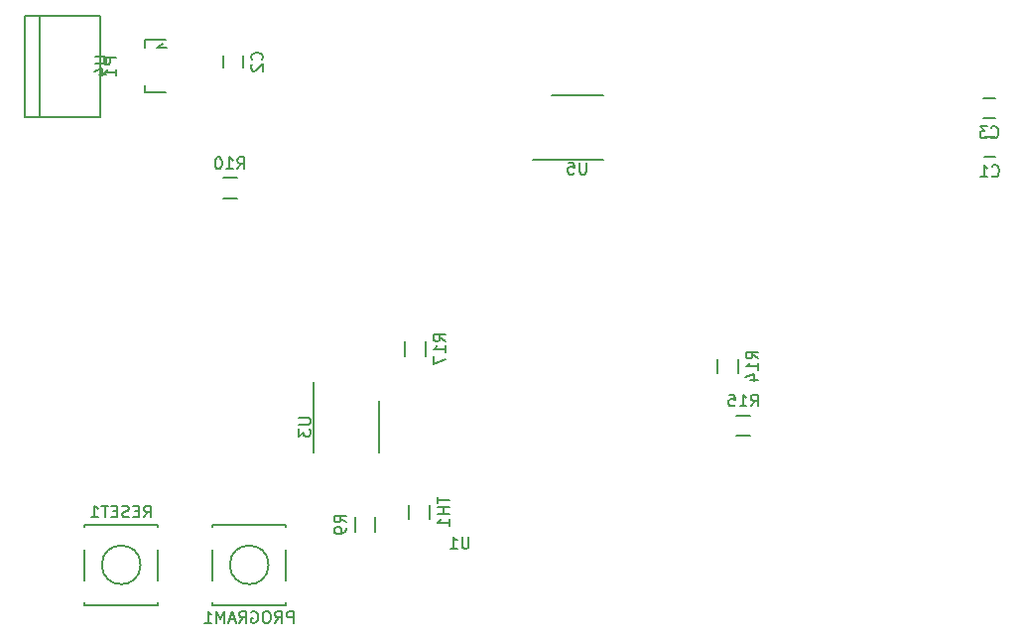
<source format=gbr>
G04 #@! TF.FileFunction,Legend,Bot*
%FSLAX46Y46*%
G04 Gerber Fmt 4.6, Leading zero omitted, Abs format (unit mm)*
G04 Created by KiCad (PCBNEW 4.0.2+e4-6225~38~ubuntu15.10.1-stable) date Sun 11 Sep 2016 22:59:17 SAST*
%MOMM*%
G01*
G04 APERTURE LIST*
%ADD10C,0.100000*%
%ADD11C,0.150000*%
G04 APERTURE END LIST*
D10*
D11*
X133037200Y-89648400D02*
X132037200Y-89648400D01*
X132037200Y-87948400D02*
X133037200Y-87948400D01*
X68795000Y-81034000D02*
X68795000Y-82034000D01*
X67095000Y-82034000D02*
X67095000Y-81034000D01*
X132986400Y-86346400D02*
X131986400Y-86346400D01*
X131986400Y-84646400D02*
X132986400Y-84646400D01*
X50233740Y-86291300D02*
X50233740Y-77591300D01*
X56638740Y-86291300D02*
X56638740Y-77591300D01*
X56638740Y-77591300D02*
X50233740Y-77591300D01*
X51463740Y-77591300D02*
X51463740Y-86291300D01*
X50233740Y-86291300D02*
X56638740Y-86291300D01*
X80123000Y-121605600D02*
X80123000Y-120405600D01*
X78373000Y-120405600D02*
X78373000Y-121605600D01*
X67091000Y-93204000D02*
X68291000Y-93204000D01*
X68291000Y-91454000D02*
X67091000Y-91454000D01*
X109310200Y-106892800D02*
X109310200Y-108092800D01*
X111060200Y-108092800D02*
X111060200Y-106892800D01*
X110906000Y-113447800D02*
X112106000Y-113447800D01*
X112106000Y-111697800D02*
X110906000Y-111697800D01*
X82640200Y-105419600D02*
X82640200Y-106619600D01*
X84390200Y-106619600D02*
X84390200Y-105419600D01*
X82995800Y-119338800D02*
X82995800Y-120538800D01*
X84745800Y-120538800D02*
X84745800Y-119338800D01*
X61922660Y-80015080D02*
X61622940Y-80264000D01*
X61622940Y-80264000D02*
X61473080Y-80365600D01*
X61473080Y-80365600D02*
X62321440Y-80365600D01*
X60421520Y-79664560D02*
X62222380Y-79664560D01*
X60421520Y-79664560D02*
X60421520Y-80314800D01*
X60421520Y-84165440D02*
X62222380Y-84165440D01*
X60421520Y-84165440D02*
X60421520Y-83515200D01*
X80398200Y-110474400D02*
X80398200Y-114874400D01*
X74873200Y-108899400D02*
X74873200Y-114874400D01*
X95132800Y-84397000D02*
X99532800Y-84397000D01*
X93557800Y-89922000D02*
X99532800Y-89922000D01*
X66192000Y-127660000D02*
X66192000Y-127910000D01*
X66192000Y-127910000D02*
X72492000Y-127910000D01*
X72492000Y-127910000D02*
X72492000Y-127660000D01*
X66192000Y-123160000D02*
X66192000Y-125760000D01*
X72492000Y-121260000D02*
X72492000Y-121010000D01*
X72492000Y-121010000D02*
X66192000Y-121010000D01*
X66192000Y-121010000D02*
X66192000Y-121260000D01*
X72492000Y-125760000D02*
X72492000Y-123160000D01*
X70992000Y-124460000D02*
G75*
G03X70992000Y-124460000I-1650000J0D01*
G01*
X61570000Y-121260000D02*
X61570000Y-121010000D01*
X61570000Y-121010000D02*
X55270000Y-121010000D01*
X55270000Y-121010000D02*
X55270000Y-121260000D01*
X61570000Y-125760000D02*
X61570000Y-123160000D01*
X55270000Y-127660000D02*
X55270000Y-127910000D01*
X55270000Y-127910000D02*
X61570000Y-127910000D01*
X61570000Y-127910000D02*
X61570000Y-127660000D01*
X55270000Y-123160000D02*
X55270000Y-125760000D01*
X60070000Y-124460000D02*
G75*
G03X60070000Y-124460000I-1650000J0D01*
G01*
X132703866Y-91255543D02*
X132751485Y-91303162D01*
X132894342Y-91350781D01*
X132989580Y-91350781D01*
X133132438Y-91303162D01*
X133227676Y-91207924D01*
X133275295Y-91112686D01*
X133322914Y-90922210D01*
X133322914Y-90779352D01*
X133275295Y-90588876D01*
X133227676Y-90493638D01*
X133132438Y-90398400D01*
X132989580Y-90350781D01*
X132894342Y-90350781D01*
X132751485Y-90398400D01*
X132703866Y-90446019D01*
X131751485Y-91350781D02*
X132322914Y-91350781D01*
X132037200Y-91350781D02*
X132037200Y-90350781D01*
X132132438Y-90493638D01*
X132227676Y-90588876D01*
X132322914Y-90636495D01*
X70402143Y-81367334D02*
X70449762Y-81319715D01*
X70497381Y-81176858D01*
X70497381Y-81081620D01*
X70449762Y-80938762D01*
X70354524Y-80843524D01*
X70259286Y-80795905D01*
X70068810Y-80748286D01*
X69925952Y-80748286D01*
X69735476Y-80795905D01*
X69640238Y-80843524D01*
X69545000Y-80938762D01*
X69497381Y-81081620D01*
X69497381Y-81176858D01*
X69545000Y-81319715D01*
X69592619Y-81367334D01*
X69592619Y-81748286D02*
X69545000Y-81795905D01*
X69497381Y-81891143D01*
X69497381Y-82129239D01*
X69545000Y-82224477D01*
X69592619Y-82272096D01*
X69687857Y-82319715D01*
X69783095Y-82319715D01*
X69925952Y-82272096D01*
X70497381Y-81700667D01*
X70497381Y-82319715D01*
X132653066Y-87953543D02*
X132700685Y-88001162D01*
X132843542Y-88048781D01*
X132938780Y-88048781D01*
X133081638Y-88001162D01*
X133176876Y-87905924D01*
X133224495Y-87810686D01*
X133272114Y-87620210D01*
X133272114Y-87477352D01*
X133224495Y-87286876D01*
X133176876Y-87191638D01*
X133081638Y-87096400D01*
X132938780Y-87048781D01*
X132843542Y-87048781D01*
X132700685Y-87096400D01*
X132653066Y-87144019D01*
X132319733Y-87048781D02*
X131700685Y-87048781D01*
X132034019Y-87429733D01*
X131891161Y-87429733D01*
X131795923Y-87477352D01*
X131748304Y-87524971D01*
X131700685Y-87620210D01*
X131700685Y-87858305D01*
X131748304Y-87953543D01*
X131795923Y-88001162D01*
X131891161Y-88048781D01*
X132176876Y-88048781D01*
X132272114Y-88001162D01*
X132319733Y-87953543D01*
X57953581Y-81202305D02*
X56953581Y-81202305D01*
X56953581Y-81583258D01*
X57001200Y-81678496D01*
X57048819Y-81726115D01*
X57144057Y-81773734D01*
X57286914Y-81773734D01*
X57382152Y-81726115D01*
X57429771Y-81678496D01*
X57477390Y-81583258D01*
X57477390Y-81202305D01*
X57953581Y-82726115D02*
X57953581Y-82154686D01*
X57953581Y-82440400D02*
X56953581Y-82440400D01*
X57096438Y-82345162D01*
X57191676Y-82249924D01*
X57239295Y-82154686D01*
X77600381Y-120838934D02*
X77124190Y-120505600D01*
X77600381Y-120267505D02*
X76600381Y-120267505D01*
X76600381Y-120648458D01*
X76648000Y-120743696D01*
X76695619Y-120791315D01*
X76790857Y-120838934D01*
X76933714Y-120838934D01*
X77028952Y-120791315D01*
X77076571Y-120743696D01*
X77124190Y-120648458D01*
X77124190Y-120267505D01*
X77600381Y-121315124D02*
X77600381Y-121505600D01*
X77552762Y-121600839D01*
X77505143Y-121648458D01*
X77362286Y-121743696D01*
X77171810Y-121791315D01*
X76790857Y-121791315D01*
X76695619Y-121743696D01*
X76648000Y-121696077D01*
X76600381Y-121600839D01*
X76600381Y-121410362D01*
X76648000Y-121315124D01*
X76695619Y-121267505D01*
X76790857Y-121219886D01*
X77028952Y-121219886D01*
X77124190Y-121267505D01*
X77171810Y-121315124D01*
X77219429Y-121410362D01*
X77219429Y-121600839D01*
X77171810Y-121696077D01*
X77124190Y-121743696D01*
X77028952Y-121791315D01*
X68333857Y-90681381D02*
X68667191Y-90205190D01*
X68905286Y-90681381D02*
X68905286Y-89681381D01*
X68524333Y-89681381D01*
X68429095Y-89729000D01*
X68381476Y-89776619D01*
X68333857Y-89871857D01*
X68333857Y-90014714D01*
X68381476Y-90109952D01*
X68429095Y-90157571D01*
X68524333Y-90205190D01*
X68905286Y-90205190D01*
X67381476Y-90681381D02*
X67952905Y-90681381D01*
X67667191Y-90681381D02*
X67667191Y-89681381D01*
X67762429Y-89824238D01*
X67857667Y-89919476D01*
X67952905Y-89967095D01*
X66762429Y-89681381D02*
X66667190Y-89681381D01*
X66571952Y-89729000D01*
X66524333Y-89776619D01*
X66476714Y-89871857D01*
X66429095Y-90062333D01*
X66429095Y-90300429D01*
X66476714Y-90490905D01*
X66524333Y-90586143D01*
X66571952Y-90633762D01*
X66667190Y-90681381D01*
X66762429Y-90681381D01*
X66857667Y-90633762D01*
X66905286Y-90586143D01*
X66952905Y-90490905D01*
X67000524Y-90300429D01*
X67000524Y-90062333D01*
X66952905Y-89871857D01*
X66905286Y-89776619D01*
X66857667Y-89729000D01*
X66762429Y-89681381D01*
X112737581Y-106849943D02*
X112261390Y-106516609D01*
X112737581Y-106278514D02*
X111737581Y-106278514D01*
X111737581Y-106659467D01*
X111785200Y-106754705D01*
X111832819Y-106802324D01*
X111928057Y-106849943D01*
X112070914Y-106849943D01*
X112166152Y-106802324D01*
X112213771Y-106754705D01*
X112261390Y-106659467D01*
X112261390Y-106278514D01*
X112737581Y-107802324D02*
X112737581Y-107230895D01*
X112737581Y-107516609D02*
X111737581Y-107516609D01*
X111880438Y-107421371D01*
X111975676Y-107326133D01*
X112023295Y-107230895D01*
X112070914Y-108659467D02*
X112737581Y-108659467D01*
X111689962Y-108421371D02*
X112404248Y-108183276D01*
X112404248Y-108802324D01*
X112148857Y-110925181D02*
X112482191Y-110448990D01*
X112720286Y-110925181D02*
X112720286Y-109925181D01*
X112339333Y-109925181D01*
X112244095Y-109972800D01*
X112196476Y-110020419D01*
X112148857Y-110115657D01*
X112148857Y-110258514D01*
X112196476Y-110353752D01*
X112244095Y-110401371D01*
X112339333Y-110448990D01*
X112720286Y-110448990D01*
X111196476Y-110925181D02*
X111767905Y-110925181D01*
X111482191Y-110925181D02*
X111482191Y-109925181D01*
X111577429Y-110068038D01*
X111672667Y-110163276D01*
X111767905Y-110210895D01*
X110291714Y-109925181D02*
X110767905Y-109925181D01*
X110815524Y-110401371D01*
X110767905Y-110353752D01*
X110672667Y-110306133D01*
X110434571Y-110306133D01*
X110339333Y-110353752D01*
X110291714Y-110401371D01*
X110244095Y-110496610D01*
X110244095Y-110734705D01*
X110291714Y-110829943D01*
X110339333Y-110877562D01*
X110434571Y-110925181D01*
X110672667Y-110925181D01*
X110767905Y-110877562D01*
X110815524Y-110829943D01*
X86067581Y-105376743D02*
X85591390Y-105043409D01*
X86067581Y-104805314D02*
X85067581Y-104805314D01*
X85067581Y-105186267D01*
X85115200Y-105281505D01*
X85162819Y-105329124D01*
X85258057Y-105376743D01*
X85400914Y-105376743D01*
X85496152Y-105329124D01*
X85543771Y-105281505D01*
X85591390Y-105186267D01*
X85591390Y-104805314D01*
X86067581Y-106329124D02*
X86067581Y-105757695D01*
X86067581Y-106043409D02*
X85067581Y-106043409D01*
X85210438Y-105948171D01*
X85305676Y-105852933D01*
X85353295Y-105757695D01*
X85067581Y-106662457D02*
X85067581Y-107329124D01*
X86067581Y-106900552D01*
X85423181Y-118653086D02*
X85423181Y-119224515D01*
X86423181Y-118938800D02*
X85423181Y-118938800D01*
X86423181Y-119557848D02*
X85423181Y-119557848D01*
X85899371Y-119557848D02*
X85899371Y-120129277D01*
X86423181Y-120129277D02*
X85423181Y-120129277D01*
X86423181Y-121129277D02*
X86423181Y-120557848D01*
X86423181Y-120843562D02*
X85423181Y-120843562D01*
X85566038Y-120748324D01*
X85661276Y-120653086D01*
X85708895Y-120557848D01*
X88068305Y-122051581D02*
X88068305Y-122861105D01*
X88020686Y-122956343D01*
X87973067Y-123003962D01*
X87877829Y-123051581D01*
X87687352Y-123051581D01*
X87592114Y-123003962D01*
X87544495Y-122956343D01*
X87496876Y-122861105D01*
X87496876Y-122051581D01*
X86496876Y-123051581D02*
X87068305Y-123051581D01*
X86782591Y-123051581D02*
X86782591Y-122051581D01*
X86877829Y-122194438D01*
X86973067Y-122289676D01*
X87068305Y-122337295D01*
X56173121Y-81102295D02*
X56982645Y-81102295D01*
X57077883Y-81149914D01*
X57125502Y-81197533D01*
X57173121Y-81292771D01*
X57173121Y-81483248D01*
X57125502Y-81578486D01*
X57077883Y-81626105D01*
X56982645Y-81673724D01*
X56173121Y-81673724D01*
X56506454Y-82578486D02*
X57173121Y-82578486D01*
X56125502Y-82340390D02*
X56839788Y-82102295D01*
X56839788Y-82721343D01*
X73575581Y-111912495D02*
X74385105Y-111912495D01*
X74480343Y-111960114D01*
X74527962Y-112007733D01*
X74575581Y-112102971D01*
X74575581Y-112293448D01*
X74527962Y-112388686D01*
X74480343Y-112436305D01*
X74385105Y-112483924D01*
X73575581Y-112483924D01*
X73575581Y-112864876D02*
X73575581Y-113483924D01*
X73956533Y-113150590D01*
X73956533Y-113293448D01*
X74004152Y-113388686D01*
X74051771Y-113436305D01*
X74147010Y-113483924D01*
X74385105Y-113483924D01*
X74480343Y-113436305D01*
X74527962Y-113388686D01*
X74575581Y-113293448D01*
X74575581Y-113007733D01*
X74527962Y-112912495D01*
X74480343Y-112864876D01*
X98094705Y-90124381D02*
X98094705Y-90933905D01*
X98047086Y-91029143D01*
X97999467Y-91076762D01*
X97904229Y-91124381D01*
X97713752Y-91124381D01*
X97618514Y-91076762D01*
X97570895Y-91029143D01*
X97523276Y-90933905D01*
X97523276Y-90124381D01*
X96570895Y-90124381D02*
X97047086Y-90124381D01*
X97094705Y-90600571D01*
X97047086Y-90552952D01*
X96951848Y-90505333D01*
X96713752Y-90505333D01*
X96618514Y-90552952D01*
X96570895Y-90600571D01*
X96523276Y-90695810D01*
X96523276Y-90933905D01*
X96570895Y-91029143D01*
X96618514Y-91076762D01*
X96713752Y-91124381D01*
X96951848Y-91124381D01*
X97047086Y-91076762D01*
X97094705Y-91029143D01*
X73103905Y-129412381D02*
X73103905Y-128412381D01*
X72722952Y-128412381D01*
X72627714Y-128460000D01*
X72580095Y-128507619D01*
X72532476Y-128602857D01*
X72532476Y-128745714D01*
X72580095Y-128840952D01*
X72627714Y-128888571D01*
X72722952Y-128936190D01*
X73103905Y-128936190D01*
X71532476Y-129412381D02*
X71865810Y-128936190D01*
X72103905Y-129412381D02*
X72103905Y-128412381D01*
X71722952Y-128412381D01*
X71627714Y-128460000D01*
X71580095Y-128507619D01*
X71532476Y-128602857D01*
X71532476Y-128745714D01*
X71580095Y-128840952D01*
X71627714Y-128888571D01*
X71722952Y-128936190D01*
X72103905Y-128936190D01*
X70913429Y-128412381D02*
X70722952Y-128412381D01*
X70627714Y-128460000D01*
X70532476Y-128555238D01*
X70484857Y-128745714D01*
X70484857Y-129079048D01*
X70532476Y-129269524D01*
X70627714Y-129364762D01*
X70722952Y-129412381D01*
X70913429Y-129412381D01*
X71008667Y-129364762D01*
X71103905Y-129269524D01*
X71151524Y-129079048D01*
X71151524Y-128745714D01*
X71103905Y-128555238D01*
X71008667Y-128460000D01*
X70913429Y-128412381D01*
X69532476Y-128460000D02*
X69627714Y-128412381D01*
X69770571Y-128412381D01*
X69913429Y-128460000D01*
X70008667Y-128555238D01*
X70056286Y-128650476D01*
X70103905Y-128840952D01*
X70103905Y-128983810D01*
X70056286Y-129174286D01*
X70008667Y-129269524D01*
X69913429Y-129364762D01*
X69770571Y-129412381D01*
X69675333Y-129412381D01*
X69532476Y-129364762D01*
X69484857Y-129317143D01*
X69484857Y-128983810D01*
X69675333Y-128983810D01*
X68484857Y-129412381D02*
X68818191Y-128936190D01*
X69056286Y-129412381D02*
X69056286Y-128412381D01*
X68675333Y-128412381D01*
X68580095Y-128460000D01*
X68532476Y-128507619D01*
X68484857Y-128602857D01*
X68484857Y-128745714D01*
X68532476Y-128840952D01*
X68580095Y-128888571D01*
X68675333Y-128936190D01*
X69056286Y-128936190D01*
X68103905Y-129126667D02*
X67627714Y-129126667D01*
X68199143Y-129412381D02*
X67865810Y-128412381D01*
X67532476Y-129412381D01*
X67199143Y-129412381D02*
X67199143Y-128412381D01*
X66865809Y-129126667D01*
X66532476Y-128412381D01*
X66532476Y-129412381D01*
X65532476Y-129412381D02*
X66103905Y-129412381D01*
X65818191Y-129412381D02*
X65818191Y-128412381D01*
X65913429Y-128555238D01*
X66008667Y-128650476D01*
X66103905Y-128698095D01*
X60348571Y-120412381D02*
X60681905Y-119936190D01*
X60920000Y-120412381D02*
X60920000Y-119412381D01*
X60539047Y-119412381D01*
X60443809Y-119460000D01*
X60396190Y-119507619D01*
X60348571Y-119602857D01*
X60348571Y-119745714D01*
X60396190Y-119840952D01*
X60443809Y-119888571D01*
X60539047Y-119936190D01*
X60920000Y-119936190D01*
X59920000Y-119888571D02*
X59586666Y-119888571D01*
X59443809Y-120412381D02*
X59920000Y-120412381D01*
X59920000Y-119412381D01*
X59443809Y-119412381D01*
X59062857Y-120364762D02*
X58920000Y-120412381D01*
X58681904Y-120412381D01*
X58586666Y-120364762D01*
X58539047Y-120317143D01*
X58491428Y-120221905D01*
X58491428Y-120126667D01*
X58539047Y-120031429D01*
X58586666Y-119983810D01*
X58681904Y-119936190D01*
X58872381Y-119888571D01*
X58967619Y-119840952D01*
X59015238Y-119793333D01*
X59062857Y-119698095D01*
X59062857Y-119602857D01*
X59015238Y-119507619D01*
X58967619Y-119460000D01*
X58872381Y-119412381D01*
X58634285Y-119412381D01*
X58491428Y-119460000D01*
X58062857Y-119888571D02*
X57729523Y-119888571D01*
X57586666Y-120412381D02*
X58062857Y-120412381D01*
X58062857Y-119412381D01*
X57586666Y-119412381D01*
X57300952Y-119412381D02*
X56729523Y-119412381D01*
X57015238Y-120412381D02*
X57015238Y-119412381D01*
X55872380Y-120412381D02*
X56443809Y-120412381D01*
X56158095Y-120412381D02*
X56158095Y-119412381D01*
X56253333Y-119555238D01*
X56348571Y-119650476D01*
X56443809Y-119698095D01*
M02*

</source>
